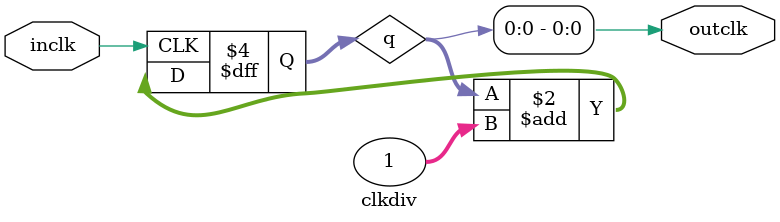
<source format=v>
`timescale 1ns / 1ps


module clkdiv(
    input inclk,
    output outclk
    );
    
    reg [35:0] q=0;
    always@(posedge inclk)
         q<=q+1;
    
    //for development board
    //assign outclk=q[26];//around 1Hz
    assign outclk=q[0];//for simulation
endmodule

</source>
